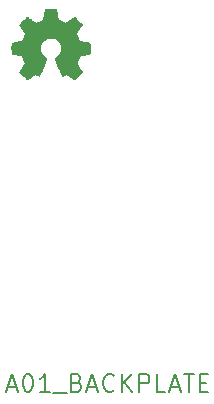
<source format=gbr>
G04 #@! TF.GenerationSoftware,KiCad,Pcbnew,5.1.5-52549c5~86~ubuntu18.04.1*
G04 #@! TF.CreationDate,2020-08-23T01:07:05-05:00*
G04 #@! TF.ProjectId,A01,4130312e-6b69-4636-9164-5f7063625858,rev?*
G04 #@! TF.SameCoordinates,Original*
G04 #@! TF.FileFunction,Legend,Top*
G04 #@! TF.FilePolarity,Positive*
%FSLAX46Y46*%
G04 Gerber Fmt 4.6, Leading zero omitted, Abs format (unit mm)*
G04 Created by KiCad (PCBNEW 5.1.5-52549c5~86~ubuntu18.04.1) date 2020-08-23 01:07:05*
%MOMM*%
%LPD*%
G04 APERTURE LIST*
%ADD10C,0.150000*%
%ADD11C,0.010000*%
G04 APERTURE END LIST*
D10*
X59089400Y-99589400D02*
X59803685Y-99589400D01*
X58946542Y-100017971D02*
X59446542Y-98517971D01*
X59946542Y-100017971D01*
X60732257Y-98517971D02*
X60875114Y-98517971D01*
X61017971Y-98589400D01*
X61089400Y-98660828D01*
X61160828Y-98803685D01*
X61232257Y-99089400D01*
X61232257Y-99446542D01*
X61160828Y-99732257D01*
X61089400Y-99875114D01*
X61017971Y-99946542D01*
X60875114Y-100017971D01*
X60732257Y-100017971D01*
X60589400Y-99946542D01*
X60517971Y-99875114D01*
X60446542Y-99732257D01*
X60375114Y-99446542D01*
X60375114Y-99089400D01*
X60446542Y-98803685D01*
X60517971Y-98660828D01*
X60589400Y-98589400D01*
X60732257Y-98517971D01*
X62660828Y-100017971D02*
X61803685Y-100017971D01*
X62232257Y-100017971D02*
X62232257Y-98517971D01*
X62089400Y-98732257D01*
X61946542Y-98875114D01*
X61803685Y-98946542D01*
X62946542Y-100160828D02*
X64089400Y-100160828D01*
X64946542Y-99232257D02*
X65160828Y-99303685D01*
X65232257Y-99375114D01*
X65303685Y-99517971D01*
X65303685Y-99732257D01*
X65232257Y-99875114D01*
X65160828Y-99946542D01*
X65017971Y-100017971D01*
X64446542Y-100017971D01*
X64446542Y-98517971D01*
X64946542Y-98517971D01*
X65089400Y-98589400D01*
X65160828Y-98660828D01*
X65232257Y-98803685D01*
X65232257Y-98946542D01*
X65160828Y-99089400D01*
X65089400Y-99160828D01*
X64946542Y-99232257D01*
X64446542Y-99232257D01*
X65875114Y-99589400D02*
X66589400Y-99589400D01*
X65732257Y-100017971D02*
X66232257Y-98517971D01*
X66732257Y-100017971D01*
X68089400Y-99875114D02*
X68017971Y-99946542D01*
X67803685Y-100017971D01*
X67660828Y-100017971D01*
X67446542Y-99946542D01*
X67303685Y-99803685D01*
X67232257Y-99660828D01*
X67160828Y-99375114D01*
X67160828Y-99160828D01*
X67232257Y-98875114D01*
X67303685Y-98732257D01*
X67446542Y-98589400D01*
X67660828Y-98517971D01*
X67803685Y-98517971D01*
X68017971Y-98589400D01*
X68089400Y-98660828D01*
X68732257Y-100017971D02*
X68732257Y-98517971D01*
X69589400Y-100017971D02*
X68946542Y-99160828D01*
X69589400Y-98517971D02*
X68732257Y-99375114D01*
X70232257Y-100017971D02*
X70232257Y-98517971D01*
X70803685Y-98517971D01*
X70946542Y-98589400D01*
X71017971Y-98660828D01*
X71089400Y-98803685D01*
X71089400Y-99017971D01*
X71017971Y-99160828D01*
X70946542Y-99232257D01*
X70803685Y-99303685D01*
X70232257Y-99303685D01*
X72446542Y-100017971D02*
X71732257Y-100017971D01*
X71732257Y-98517971D01*
X72875114Y-99589400D02*
X73589400Y-99589400D01*
X72732257Y-100017971D02*
X73232257Y-98517971D01*
X73732257Y-100017971D01*
X74017971Y-98517971D02*
X74875114Y-98517971D01*
X74446542Y-100017971D02*
X74446542Y-98517971D01*
X75375114Y-99232257D02*
X75875114Y-99232257D01*
X76089400Y-100017971D02*
X75375114Y-100017971D01*
X75375114Y-98517971D01*
X76089400Y-98517971D01*
D11*
G36*
X63268414Y-68080931D02*
G01*
X63352235Y-68525555D01*
X63661520Y-68653053D01*
X63970806Y-68780551D01*
X64341846Y-68528246D01*
X64445757Y-68457996D01*
X64539687Y-68395272D01*
X64619252Y-68342938D01*
X64680070Y-68303857D01*
X64717757Y-68280893D01*
X64728021Y-68275942D01*
X64746510Y-68288676D01*
X64786020Y-68323882D01*
X64842122Y-68377062D01*
X64910387Y-68443718D01*
X64986386Y-68519354D01*
X65065692Y-68599472D01*
X65143875Y-68679574D01*
X65216507Y-68755164D01*
X65279159Y-68821745D01*
X65327403Y-68874818D01*
X65356810Y-68909887D01*
X65363841Y-68921623D01*
X65353723Y-68943260D01*
X65325359Y-68990662D01*
X65281729Y-69059193D01*
X65225818Y-69144215D01*
X65160606Y-69241093D01*
X65122819Y-69296350D01*
X65053943Y-69397248D01*
X64992740Y-69488299D01*
X64942178Y-69564970D01*
X64905228Y-69622728D01*
X64884858Y-69657043D01*
X64881797Y-69664254D01*
X64888736Y-69684748D01*
X64907651Y-69732513D01*
X64935687Y-69800832D01*
X64969991Y-69882989D01*
X65007709Y-69972270D01*
X65045987Y-70061958D01*
X65081970Y-70145338D01*
X65112806Y-70215694D01*
X65135639Y-70266310D01*
X65147617Y-70290471D01*
X65148324Y-70291422D01*
X65167131Y-70296036D01*
X65217218Y-70306328D01*
X65293393Y-70321287D01*
X65390465Y-70339901D01*
X65503243Y-70361159D01*
X65569042Y-70373418D01*
X65689550Y-70396362D01*
X65798397Y-70418195D01*
X65890076Y-70437722D01*
X65959081Y-70453748D01*
X65999904Y-70465079D01*
X66008111Y-70468674D01*
X66016148Y-70493006D01*
X66022633Y-70547959D01*
X66027570Y-70627108D01*
X66030964Y-70724026D01*
X66032818Y-70832287D01*
X66033138Y-70945465D01*
X66031927Y-71057135D01*
X66029190Y-71160868D01*
X66024931Y-71250241D01*
X66019155Y-71318826D01*
X66011867Y-71360197D01*
X66007495Y-71368810D01*
X65981364Y-71379133D01*
X65925993Y-71393892D01*
X65848707Y-71411352D01*
X65756830Y-71429780D01*
X65724758Y-71435741D01*
X65570124Y-71464066D01*
X65447975Y-71486876D01*
X65354273Y-71505080D01*
X65284984Y-71519583D01*
X65236071Y-71531292D01*
X65203497Y-71541115D01*
X65183228Y-71549956D01*
X65171226Y-71558724D01*
X65169547Y-71560457D01*
X65152784Y-71588371D01*
X65127214Y-71642695D01*
X65095388Y-71716777D01*
X65059860Y-71803965D01*
X65023183Y-71897608D01*
X64987911Y-71991052D01*
X64956596Y-72077647D01*
X64931793Y-72150740D01*
X64916054Y-72203678D01*
X64911932Y-72229811D01*
X64912276Y-72230726D01*
X64926241Y-72252086D01*
X64957922Y-72299084D01*
X65003991Y-72366827D01*
X65061118Y-72450423D01*
X65125973Y-72544982D01*
X65144443Y-72571854D01*
X65210299Y-72669275D01*
X65268250Y-72758163D01*
X65315138Y-72833412D01*
X65347807Y-72889920D01*
X65363100Y-72922581D01*
X65363841Y-72926593D01*
X65350992Y-72947684D01*
X65315488Y-72989464D01*
X65261893Y-73047445D01*
X65194771Y-73117135D01*
X65118687Y-73194045D01*
X65038204Y-73273683D01*
X64957887Y-73351561D01*
X64882299Y-73423186D01*
X64816005Y-73484070D01*
X64763569Y-73529721D01*
X64729555Y-73555650D01*
X64720145Y-73559883D01*
X64698243Y-73549912D01*
X64653400Y-73523020D01*
X64592921Y-73483736D01*
X64546389Y-73452117D01*
X64462075Y-73394098D01*
X64362226Y-73325784D01*
X64262073Y-73257579D01*
X64208227Y-73221075D01*
X64025971Y-73097800D01*
X63872981Y-73180520D01*
X63803282Y-73216759D01*
X63744014Y-73244926D01*
X63703911Y-73260991D01*
X63693703Y-73263226D01*
X63681429Y-73246722D01*
X63657213Y-73200082D01*
X63622863Y-73127609D01*
X63580188Y-73033606D01*
X63530994Y-72922374D01*
X63477090Y-72798215D01*
X63420284Y-72665432D01*
X63362382Y-72528327D01*
X63305193Y-72391202D01*
X63250524Y-72258358D01*
X63200184Y-72134098D01*
X63155980Y-72022725D01*
X63119719Y-71928539D01*
X63093209Y-71855844D01*
X63078258Y-71808941D01*
X63075854Y-71792833D01*
X63094911Y-71772286D01*
X63136636Y-71738933D01*
X63192306Y-71699702D01*
X63196978Y-71696599D01*
X63340864Y-71581423D01*
X63456883Y-71447053D01*
X63544030Y-71297784D01*
X63601299Y-71137913D01*
X63627686Y-70971737D01*
X63622185Y-70803552D01*
X63583790Y-70637655D01*
X63511495Y-70478342D01*
X63490226Y-70443487D01*
X63379596Y-70302737D01*
X63248902Y-70189714D01*
X63102664Y-70105003D01*
X62945408Y-70049194D01*
X62781657Y-70022874D01*
X62615933Y-70026630D01*
X62452762Y-70061050D01*
X62296665Y-70126723D01*
X62152167Y-70224235D01*
X62107469Y-70263813D01*
X61993712Y-70387703D01*
X61910818Y-70518124D01*
X61853956Y-70664315D01*
X61822287Y-70809088D01*
X61814469Y-70971860D01*
X61840538Y-71135440D01*
X61897845Y-71294298D01*
X61983744Y-71442906D01*
X62095586Y-71575735D01*
X62230723Y-71687256D01*
X62248483Y-71699011D01*
X62304750Y-71737508D01*
X62347523Y-71770863D01*
X62367972Y-71792160D01*
X62368269Y-71792833D01*
X62363879Y-71815871D01*
X62346476Y-71868157D01*
X62317868Y-71945390D01*
X62279865Y-72043268D01*
X62234274Y-72157491D01*
X62182903Y-72283758D01*
X62127562Y-72417767D01*
X62070058Y-72555218D01*
X62012201Y-72691808D01*
X61955798Y-72823237D01*
X61902658Y-72945205D01*
X61854590Y-73053409D01*
X61813401Y-73143549D01*
X61780901Y-73211323D01*
X61758897Y-73252430D01*
X61750036Y-73263226D01*
X61722960Y-73254819D01*
X61672297Y-73232272D01*
X61606783Y-73199613D01*
X61570759Y-73180520D01*
X61417768Y-73097800D01*
X61235512Y-73221075D01*
X61142475Y-73284228D01*
X61040615Y-73353727D01*
X60945162Y-73419165D01*
X60897350Y-73452117D01*
X60830105Y-73497273D01*
X60773164Y-73533057D01*
X60733954Y-73554938D01*
X60721219Y-73559563D01*
X60702683Y-73547085D01*
X60661659Y-73512252D01*
X60602125Y-73458678D01*
X60528058Y-73389983D01*
X60443435Y-73309781D01*
X60389915Y-73258286D01*
X60296281Y-73166286D01*
X60215359Y-73083999D01*
X60150423Y-73014945D01*
X60104742Y-72962644D01*
X60081589Y-72930616D01*
X60079368Y-72924116D01*
X60089676Y-72899394D01*
X60118161Y-72849405D01*
X60161663Y-72779212D01*
X60217023Y-72693875D01*
X60281080Y-72598456D01*
X60299297Y-72571854D01*
X60365673Y-72475167D01*
X60425222Y-72388117D01*
X60474616Y-72315595D01*
X60510525Y-72262493D01*
X60529619Y-72233703D01*
X60531464Y-72230726D01*
X60528705Y-72207782D01*
X60514062Y-72157336D01*
X60490087Y-72086041D01*
X60459334Y-72000547D01*
X60424356Y-71907507D01*
X60387707Y-71813574D01*
X60351939Y-71725399D01*
X60319606Y-71649634D01*
X60293262Y-71592931D01*
X60275458Y-71561943D01*
X60274193Y-71560457D01*
X60263306Y-71551601D01*
X60244918Y-71542843D01*
X60214994Y-71533277D01*
X60169497Y-71521996D01*
X60104391Y-71508093D01*
X60015639Y-71490663D01*
X59899207Y-71468798D01*
X59751058Y-71441591D01*
X59718982Y-71435741D01*
X59623914Y-71417374D01*
X59541035Y-71399405D01*
X59477670Y-71383569D01*
X59441142Y-71371600D01*
X59436244Y-71368810D01*
X59428173Y-71344072D01*
X59421613Y-71288790D01*
X59416567Y-71209389D01*
X59413041Y-71112296D01*
X59411039Y-71003938D01*
X59410564Y-70890740D01*
X59411623Y-70779128D01*
X59414218Y-70675529D01*
X59418354Y-70586368D01*
X59424037Y-70518072D01*
X59431269Y-70477066D01*
X59435629Y-70468674D01*
X59459902Y-70460208D01*
X59515174Y-70446435D01*
X59595938Y-70428550D01*
X59696688Y-70407748D01*
X59811917Y-70385223D01*
X59874698Y-70373418D01*
X59993813Y-70351151D01*
X60100035Y-70330979D01*
X60188173Y-70313915D01*
X60253034Y-70300969D01*
X60289426Y-70293155D01*
X60295416Y-70291422D01*
X60305539Y-70271890D01*
X60326938Y-70224843D01*
X60356761Y-70157003D01*
X60392155Y-70075091D01*
X60430268Y-69985828D01*
X60468247Y-69895935D01*
X60503240Y-69812135D01*
X60532394Y-69741147D01*
X60552857Y-69689694D01*
X60561777Y-69664497D01*
X60561943Y-69663396D01*
X60551831Y-69643519D01*
X60523483Y-69597777D01*
X60479877Y-69530717D01*
X60423994Y-69446884D01*
X60358813Y-69350826D01*
X60320921Y-69295650D01*
X60251875Y-69194481D01*
X60190550Y-69102630D01*
X60139937Y-69024744D01*
X60103029Y-68965469D01*
X60082818Y-68929451D01*
X60079899Y-68921377D01*
X60092447Y-68902584D01*
X60127137Y-68862457D01*
X60179537Y-68805493D01*
X60245216Y-68736185D01*
X60319744Y-68659031D01*
X60398687Y-68578525D01*
X60477617Y-68499163D01*
X60552100Y-68425440D01*
X60617706Y-68361852D01*
X60670004Y-68312894D01*
X60704561Y-68283061D01*
X60716122Y-68275942D01*
X60734946Y-68285953D01*
X60779969Y-68314078D01*
X60846813Y-68357454D01*
X60931101Y-68413218D01*
X61028456Y-68478506D01*
X61101893Y-68528246D01*
X61472933Y-68780551D01*
X62091505Y-68525555D01*
X62175325Y-68080931D01*
X62259146Y-67636307D01*
X63184594Y-67636307D01*
X63268414Y-68080931D01*
G37*
X63268414Y-68080931D02*
X63352235Y-68525555D01*
X63661520Y-68653053D01*
X63970806Y-68780551D01*
X64341846Y-68528246D01*
X64445757Y-68457996D01*
X64539687Y-68395272D01*
X64619252Y-68342938D01*
X64680070Y-68303857D01*
X64717757Y-68280893D01*
X64728021Y-68275942D01*
X64746510Y-68288676D01*
X64786020Y-68323882D01*
X64842122Y-68377062D01*
X64910387Y-68443718D01*
X64986386Y-68519354D01*
X65065692Y-68599472D01*
X65143875Y-68679574D01*
X65216507Y-68755164D01*
X65279159Y-68821745D01*
X65327403Y-68874818D01*
X65356810Y-68909887D01*
X65363841Y-68921623D01*
X65353723Y-68943260D01*
X65325359Y-68990662D01*
X65281729Y-69059193D01*
X65225818Y-69144215D01*
X65160606Y-69241093D01*
X65122819Y-69296350D01*
X65053943Y-69397248D01*
X64992740Y-69488299D01*
X64942178Y-69564970D01*
X64905228Y-69622728D01*
X64884858Y-69657043D01*
X64881797Y-69664254D01*
X64888736Y-69684748D01*
X64907651Y-69732513D01*
X64935687Y-69800832D01*
X64969991Y-69882989D01*
X65007709Y-69972270D01*
X65045987Y-70061958D01*
X65081970Y-70145338D01*
X65112806Y-70215694D01*
X65135639Y-70266310D01*
X65147617Y-70290471D01*
X65148324Y-70291422D01*
X65167131Y-70296036D01*
X65217218Y-70306328D01*
X65293393Y-70321287D01*
X65390465Y-70339901D01*
X65503243Y-70361159D01*
X65569042Y-70373418D01*
X65689550Y-70396362D01*
X65798397Y-70418195D01*
X65890076Y-70437722D01*
X65959081Y-70453748D01*
X65999904Y-70465079D01*
X66008111Y-70468674D01*
X66016148Y-70493006D01*
X66022633Y-70547959D01*
X66027570Y-70627108D01*
X66030964Y-70724026D01*
X66032818Y-70832287D01*
X66033138Y-70945465D01*
X66031927Y-71057135D01*
X66029190Y-71160868D01*
X66024931Y-71250241D01*
X66019155Y-71318826D01*
X66011867Y-71360197D01*
X66007495Y-71368810D01*
X65981364Y-71379133D01*
X65925993Y-71393892D01*
X65848707Y-71411352D01*
X65756830Y-71429780D01*
X65724758Y-71435741D01*
X65570124Y-71464066D01*
X65447975Y-71486876D01*
X65354273Y-71505080D01*
X65284984Y-71519583D01*
X65236071Y-71531292D01*
X65203497Y-71541115D01*
X65183228Y-71549956D01*
X65171226Y-71558724D01*
X65169547Y-71560457D01*
X65152784Y-71588371D01*
X65127214Y-71642695D01*
X65095388Y-71716777D01*
X65059860Y-71803965D01*
X65023183Y-71897608D01*
X64987911Y-71991052D01*
X64956596Y-72077647D01*
X64931793Y-72150740D01*
X64916054Y-72203678D01*
X64911932Y-72229811D01*
X64912276Y-72230726D01*
X64926241Y-72252086D01*
X64957922Y-72299084D01*
X65003991Y-72366827D01*
X65061118Y-72450423D01*
X65125973Y-72544982D01*
X65144443Y-72571854D01*
X65210299Y-72669275D01*
X65268250Y-72758163D01*
X65315138Y-72833412D01*
X65347807Y-72889920D01*
X65363100Y-72922581D01*
X65363841Y-72926593D01*
X65350992Y-72947684D01*
X65315488Y-72989464D01*
X65261893Y-73047445D01*
X65194771Y-73117135D01*
X65118687Y-73194045D01*
X65038204Y-73273683D01*
X64957887Y-73351561D01*
X64882299Y-73423186D01*
X64816005Y-73484070D01*
X64763569Y-73529721D01*
X64729555Y-73555650D01*
X64720145Y-73559883D01*
X64698243Y-73549912D01*
X64653400Y-73523020D01*
X64592921Y-73483736D01*
X64546389Y-73452117D01*
X64462075Y-73394098D01*
X64362226Y-73325784D01*
X64262073Y-73257579D01*
X64208227Y-73221075D01*
X64025971Y-73097800D01*
X63872981Y-73180520D01*
X63803282Y-73216759D01*
X63744014Y-73244926D01*
X63703911Y-73260991D01*
X63693703Y-73263226D01*
X63681429Y-73246722D01*
X63657213Y-73200082D01*
X63622863Y-73127609D01*
X63580188Y-73033606D01*
X63530994Y-72922374D01*
X63477090Y-72798215D01*
X63420284Y-72665432D01*
X63362382Y-72528327D01*
X63305193Y-72391202D01*
X63250524Y-72258358D01*
X63200184Y-72134098D01*
X63155980Y-72022725D01*
X63119719Y-71928539D01*
X63093209Y-71855844D01*
X63078258Y-71808941D01*
X63075854Y-71792833D01*
X63094911Y-71772286D01*
X63136636Y-71738933D01*
X63192306Y-71699702D01*
X63196978Y-71696599D01*
X63340864Y-71581423D01*
X63456883Y-71447053D01*
X63544030Y-71297784D01*
X63601299Y-71137913D01*
X63627686Y-70971737D01*
X63622185Y-70803552D01*
X63583790Y-70637655D01*
X63511495Y-70478342D01*
X63490226Y-70443487D01*
X63379596Y-70302737D01*
X63248902Y-70189714D01*
X63102664Y-70105003D01*
X62945408Y-70049194D01*
X62781657Y-70022874D01*
X62615933Y-70026630D01*
X62452762Y-70061050D01*
X62296665Y-70126723D01*
X62152167Y-70224235D01*
X62107469Y-70263813D01*
X61993712Y-70387703D01*
X61910818Y-70518124D01*
X61853956Y-70664315D01*
X61822287Y-70809088D01*
X61814469Y-70971860D01*
X61840538Y-71135440D01*
X61897845Y-71294298D01*
X61983744Y-71442906D01*
X62095586Y-71575735D01*
X62230723Y-71687256D01*
X62248483Y-71699011D01*
X62304750Y-71737508D01*
X62347523Y-71770863D01*
X62367972Y-71792160D01*
X62368269Y-71792833D01*
X62363879Y-71815871D01*
X62346476Y-71868157D01*
X62317868Y-71945390D01*
X62279865Y-72043268D01*
X62234274Y-72157491D01*
X62182903Y-72283758D01*
X62127562Y-72417767D01*
X62070058Y-72555218D01*
X62012201Y-72691808D01*
X61955798Y-72823237D01*
X61902658Y-72945205D01*
X61854590Y-73053409D01*
X61813401Y-73143549D01*
X61780901Y-73211323D01*
X61758897Y-73252430D01*
X61750036Y-73263226D01*
X61722960Y-73254819D01*
X61672297Y-73232272D01*
X61606783Y-73199613D01*
X61570759Y-73180520D01*
X61417768Y-73097800D01*
X61235512Y-73221075D01*
X61142475Y-73284228D01*
X61040615Y-73353727D01*
X60945162Y-73419165D01*
X60897350Y-73452117D01*
X60830105Y-73497273D01*
X60773164Y-73533057D01*
X60733954Y-73554938D01*
X60721219Y-73559563D01*
X60702683Y-73547085D01*
X60661659Y-73512252D01*
X60602125Y-73458678D01*
X60528058Y-73389983D01*
X60443435Y-73309781D01*
X60389915Y-73258286D01*
X60296281Y-73166286D01*
X60215359Y-73083999D01*
X60150423Y-73014945D01*
X60104742Y-72962644D01*
X60081589Y-72930616D01*
X60079368Y-72924116D01*
X60089676Y-72899394D01*
X60118161Y-72849405D01*
X60161663Y-72779212D01*
X60217023Y-72693875D01*
X60281080Y-72598456D01*
X60299297Y-72571854D01*
X60365673Y-72475167D01*
X60425222Y-72388117D01*
X60474616Y-72315595D01*
X60510525Y-72262493D01*
X60529619Y-72233703D01*
X60531464Y-72230726D01*
X60528705Y-72207782D01*
X60514062Y-72157336D01*
X60490087Y-72086041D01*
X60459334Y-72000547D01*
X60424356Y-71907507D01*
X60387707Y-71813574D01*
X60351939Y-71725399D01*
X60319606Y-71649634D01*
X60293262Y-71592931D01*
X60275458Y-71561943D01*
X60274193Y-71560457D01*
X60263306Y-71551601D01*
X60244918Y-71542843D01*
X60214994Y-71533277D01*
X60169497Y-71521996D01*
X60104391Y-71508093D01*
X60015639Y-71490663D01*
X59899207Y-71468798D01*
X59751058Y-71441591D01*
X59718982Y-71435741D01*
X59623914Y-71417374D01*
X59541035Y-71399405D01*
X59477670Y-71383569D01*
X59441142Y-71371600D01*
X59436244Y-71368810D01*
X59428173Y-71344072D01*
X59421613Y-71288790D01*
X59416567Y-71209389D01*
X59413041Y-71112296D01*
X59411039Y-71003938D01*
X59410564Y-70890740D01*
X59411623Y-70779128D01*
X59414218Y-70675529D01*
X59418354Y-70586368D01*
X59424037Y-70518072D01*
X59431269Y-70477066D01*
X59435629Y-70468674D01*
X59459902Y-70460208D01*
X59515174Y-70446435D01*
X59595938Y-70428550D01*
X59696688Y-70407748D01*
X59811917Y-70385223D01*
X59874698Y-70373418D01*
X59993813Y-70351151D01*
X60100035Y-70330979D01*
X60188173Y-70313915D01*
X60253034Y-70300969D01*
X60289426Y-70293155D01*
X60295416Y-70291422D01*
X60305539Y-70271890D01*
X60326938Y-70224843D01*
X60356761Y-70157003D01*
X60392155Y-70075091D01*
X60430268Y-69985828D01*
X60468247Y-69895935D01*
X60503240Y-69812135D01*
X60532394Y-69741147D01*
X60552857Y-69689694D01*
X60561777Y-69664497D01*
X60561943Y-69663396D01*
X60551831Y-69643519D01*
X60523483Y-69597777D01*
X60479877Y-69530717D01*
X60423994Y-69446884D01*
X60358813Y-69350826D01*
X60320921Y-69295650D01*
X60251875Y-69194481D01*
X60190550Y-69102630D01*
X60139937Y-69024744D01*
X60103029Y-68965469D01*
X60082818Y-68929451D01*
X60079899Y-68921377D01*
X60092447Y-68902584D01*
X60127137Y-68862457D01*
X60179537Y-68805493D01*
X60245216Y-68736185D01*
X60319744Y-68659031D01*
X60398687Y-68578525D01*
X60477617Y-68499163D01*
X60552100Y-68425440D01*
X60617706Y-68361852D01*
X60670004Y-68312894D01*
X60704561Y-68283061D01*
X60716122Y-68275942D01*
X60734946Y-68285953D01*
X60779969Y-68314078D01*
X60846813Y-68357454D01*
X60931101Y-68413218D01*
X61028456Y-68478506D01*
X61101893Y-68528246D01*
X61472933Y-68780551D01*
X62091505Y-68525555D01*
X62175325Y-68080931D01*
X62259146Y-67636307D01*
X63184594Y-67636307D01*
X63268414Y-68080931D01*
M02*

</source>
